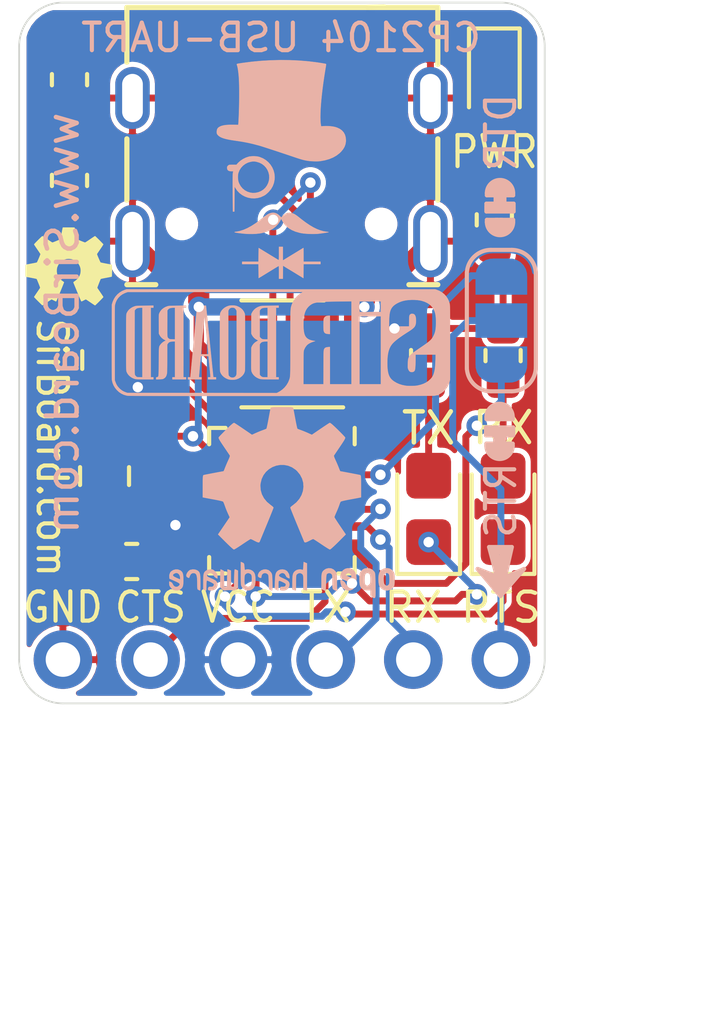
<source format=kicad_pcb>
(kicad_pcb (version 20171130) (host pcbnew "(5.1.2)-2")
  (title_block (title "USB to TTL Converter Based On The CP2104") (date 2020-04-13) (rev 1) (company SirBoard) (comment 1 www.SirBoard.com) (comment 2 "USB 2.0 Type-C Connector") (comment 3 CP2104))
  (layers (0 F.Cu signal) (31 B.Cu signal) (34 B.Paste user hide) (35 F.Paste user hide) (36 B.SilkS user) (37 F.SilkS user) (38 B.Mask user hide) (39 F.Mask user hide) (44 Edge.Cuts user))
  (net 0 "")
  (net 1 GND)
  (net 2 "Net-(PWR1-Pad2)")
  (net 3 "Net-(R3-Pad2)")
  (net 4 CTS)
  (net 5 TX)
  (net 6 RX)
  (net 7 RTS)
  (net 8 "Net-(P1-PadA8)")
  (net 9 "Net-(P1-PadB8)")
  (net 10 uD-)
  (net 11 uD+)
  (net 12 "Net-(R5-Pad2)")
  (net 13 DTR_RTS)
  (net 14 DTR)
  (net 15 "Net-(U1-Pad16)")
  (net 16 "Net-(U1-Pad15)")
  (net 17 VBUS)
  (net 18 VDD)
  (net 19 RST)
  (net 20 GPIO.1)
  (net 21 GPIO.0)
  (net 22 "Net-(U1-Pad24)")
  (net 23 "Net-(U1-Pad22)")
  (net 24 "Net-(U1-Pad17)")
  (net 25 "Net-(U1-Pad12)")
  (net 26 "Net-(U1-Pad11)")
  (net 27 "Net-(U1-Pad1)")
  (net 28 /CC2)
  (net 29 /CC1)
  (module logo:OSHW36x26 (layer F.Cu) (at 58.3946 36.6522)
    (fp_text reference G*** hide)
    (fp_text value LOGO hide)
  )
  (module Symbol:OSHW-Logo2_7.3x6mm_SilkScreen (layer B.Cu) (at 64.5795 43.4975 180)
    (fp_text reference REF** hide)
    (fp_text value OSHW-Logo2_7.3x6mm_SilkScreen hide)
  )
  (module Capacitor_SMD:C_0603_1608Metric (layer F.Cu) (at 61.1505 39.37 90)
    (fp_text reference C4 hide)
    (fp_text value 100nF)
    (pad 2 smd roundrect (at 0.7875 0 90) (size 0.875 0.95) (layers F.Cu F.Paste F.Mask) (net 1 GND))
    (pad 1 smd roundrect (at -0.7875 0 90) (size 0.875 0.95) (layers F.Cu F.Paste F.Mask) (net 18 VDD))
  )
  (module Resistor_SMD:R_0603_1608Metric (layer F.Cu) (at 58.42 31.242 270)
    (fp_text reference R4 hide)
    (fp_text value 5K1)
    (pad 2 smd roundrect (at 0.7875 0 270) (size 0.875 0.95) (layers F.Cu F.Paste F.Mask) (net 1 GND))
    (pad 1 smd roundrect (at -0.7875 0 270) (size 0.875 0.95) (layers F.Cu F.Paste F.Mask) (net 29 /CC1))
  )
  (module SirBoardLibrary:SOT-143 (layer F.Cu) (at 64.5795 39.116 180)
    (fp_text reference D1 hide)
    (fp_text value PRTR5V0U2X)
    (pad 1 smd rect (at -1.1492 -0.8716 90) (size 1.2 1) (layers F.Cu F.Paste F.Mask) (net 1 GND))
    (pad 2 smd rect (at -1.1492 0.8484 90) (size 0.8 1) (layers F.Cu F.Paste F.Mask) (net 11 uD+))
    (pad 3 smd rect (at 1.1508 0.8484 90) (size 0.8 1) (layers F.Cu F.Paste F.Mask) (net 10 uD-))
    (pad 4 smd rect (at 1.1508 -1.0516 90) (size 0.8 1) (layers F.Cu F.Paste F.Mask) (net 17 VBUS))
  )
  (module LED_SMD:LED_0805_2012Metric_Castellated (layer F.Cu) (at 68.834 43.688 90)
    (fp_text reference TX (at 2.3395 0 180) (layer F.SilkS) (effects (font (size 0.9 0.9) (thickness 0.13))))
    (fp_text value GREEN)
    (pad 2 smd roundrect (at 0.9625 0 90) (size 1.325 1.3) (layers F.Cu F.Paste F.Mask) (roundrect_rratio 0.192308) (net 3 "Net-(R3-Pad2)"))
    (pad 1 smd roundrect (at -0.9625 0 90) (size 1.325 1.3) (layers F.Cu F.Paste F.Mask) (roundrect_rratio 0.192308) (net 21 GPIO.0))
  )
  (module LED_SMD:LED_0805_2012Metric_Castellated (layer F.Cu) (at 70.993 43.688 90)
    (fp_text reference RX (at 2.3495 0 180) (layer F.SilkS) (effects (font (size 0.9 0.9) (thickness 0.13))))
    (fp_text value GREEN)
    (pad 2 smd roundrect (at 0.9625 0 90) (size 1.325 1.3) (layers F.Cu F.Paste F.Mask) (roundrect_rratio 0.192308) (net 12 "Net-(R5-Pad2)"))
    (pad 1 smd roundrect (at -0.9625 0 90) (size 1.325 1.3) (layers F.Cu F.Paste F.Mask) (roundrect_rratio 0.192308) (net 20 GPIO.1))
  )
  (module Resistor_SMD:R_0603_1608Metric (layer F.Cu) (at 70.993 39.243 270)
    (fp_text reference R5 hide)
    (fp_text value 1K)
    (pad 1 smd roundrect (at -0.7875 0 270) (size 0.875 0.95) (layers F.Cu F.Paste F.Mask) (net 18 VDD))
    (pad 2 smd roundrect (at 0.7875 0 270) (size 0.875 0.95) (layers F.Cu F.Paste F.Mask) (net 12 "Net-(R5-Pad2)"))
  )
  (module Capacitor_SMD:C_0805_2012Metric (layer F.Cu) (at 59.4995 39.37 90)
    (fp_text reference C5 hide)
    (fp_text value 4.7uF)
    (pad 2 smd roundrect (at 0.9375 0 90) (size 0.975 1.4) (layers F.Cu F.Paste F.Mask) (net 1 GND))
    (pad 1 smd roundrect (at -0.9375 0 90) (size 0.975 1.4) (layers F.Cu F.Paste F.Mask) (net 18 VDD))
  )
  (module Package_DFN_QFN:QFN-24-1EP_4x4mm_P0.5mm_EP2.6x2.6mm (layer F.Cu) (at 64.5795 43.449 270)
    (fp_text reference U1 hide)
    (fp_text value CP2104)
    (pad 24 smd roundrect (at -1.25 -1.9375 270) (size 0.25 0.825) (layers F.Cu F.Paste F.Mask) (net 22 "Net-(U1-Pad24)"))
    (pad 23 smd roundrect (at -0.75 -1.9375 270) (size 0.25 0.825) (layers F.Cu F.Paste F.Mask) (net 14 DTR))
    (pad 22 smd roundrect (at -0.25 -1.9375 270) (size 0.25 0.825) (layers F.Cu F.Paste F.Mask) (net 23 "Net-(U1-Pad22)"))
    (pad 21 smd roundrect (at 0.25 -1.9375 270) (size 0.25 0.825) (layers F.Cu F.Paste F.Mask) (net 5 TX))
    (pad 20 smd roundrect (at 0.75 -1.9375 270) (size 0.25 0.825) (layers F.Cu F.Paste F.Mask) (net 6 RX))
    (pad 19 smd roundrect (at 1.25 -1.9375 270) (size 0.25 0.825) (layers F.Cu F.Paste F.Mask) (net 7 RTS))
    (pad 18 smd roundrect (at 1.9375 -1.25 270) (size 0.825 0.25) (layers F.Cu F.Paste F.Mask) (net 4 CTS))
    (pad 17 smd roundrect (at 1.9375 -0.75 270) (size 0.825 0.25) (layers F.Cu F.Paste F.Mask) (net 24 "Net-(U1-Pad17)"))
    (pad 16 smd roundrect (at 1.9375 -0.25 270) (size 0.825 0.25) (layers F.Cu F.Paste F.Mask) (net 15 "Net-(U1-Pad16)"))
    (pad 15 smd roundrect (at 1.9375 0.25 270) (size 0.825 0.25) (layers F.Cu F.Paste F.Mask) (net 16 "Net-(U1-Pad15)"))
    (pad 14 smd roundrect (at 1.9375 0.75 270) (size 0.825 0.25) (layers F.Cu F.Paste F.Mask) (net 21 GPIO.0))
    (pad 13 smd roundrect (at 1.9375 1.25 270) (size 0.825 0.25) (layers F.Cu F.Paste F.Mask) (net 20 GPIO.1))
    (pad 12 smd roundrect (at 1.25 1.9375 270) (size 0.25 0.825) (layers F.Cu F.Paste F.Mask) (net 25 "Net-(U1-Pad12)"))
    (pad 11 smd roundrect (at 0.75 1.9375 270) (size 0.25 0.825) (layers F.Cu F.Paste F.Mask) (net 26 "Net-(U1-Pad11)"))
    (pad 10 smd roundrect (at 0.25 1.9375 270) (size 0.25 0.825) (layers F.Cu F.Paste F.Mask) (net 18 VDD))
    (pad 9 smd roundrect (at -0.25 1.9375 270) (size 0.25 0.825) (layers F.Cu F.Paste F.Mask) (net 19 RST))
    (pad 8 smd roundrect (at -0.75 1.9375 270) (size 0.25 0.825) (layers F.Cu F.Paste F.Mask) (net 17 VBUS))
    (pad 7 smd roundrect (at -1.25 1.9375 270) (size 0.25 0.825) (layers F.Cu F.Paste F.Mask) (net 17 VBUS))
    (pad 6 smd roundrect (at -1.9375 1.25 270) (size 0.825 0.25) (layers F.Cu F.Paste F.Mask) (net 18 VDD))
    (pad 5 smd roundrect (at -1.9375 0.75 270) (size 0.825 0.25) (layers F.Cu F.Paste F.Mask) (net 18 VDD))
    (pad 4 smd roundrect (at -1.9375 0.25 270) (size 0.825 0.25) (layers F.Cu F.Paste F.Mask) (net 10 uD-))
    (pad 3 smd roundrect (at -1.9375 -0.25 270) (size 0.825 0.25) (layers F.Cu F.Paste F.Mask) (net 11 uD+))
    (pad 2 smd roundrect (at -1.9375 -0.75 270) (size 0.825 0.25) (layers F.Cu F.Paste F.Mask) (net 1 GND))
    (pad 1 smd roundrect (at -1.9375 -1.25 270) (size 0.825 0.25) (layers F.Cu F.Paste F.Mask) (net 27 "Net-(U1-Pad1)"))
    (pad 25 smd roundrect (at 0 0 270) (size 2.6 2.6) (layers F.Cu F.Mask) (roundrect_rratio 0.096154) (net 1 GND))
  )
  (module Resistor_SMD:R_0603_1608Metric (layer F.Cu) (at 60.2235 45.212 180)
    (fp_text reference R6 hide)
    (fp_text value 4K7)
    (pad 2 smd roundrect (at 0.7875 0 180) (size 0.875 0.95) (layers F.Cu F.Paste F.Mask) (net 19 RST))
    (pad 1 smd roundrect (at -0.7875 0 180) (size 0.875 0.95) (layers F.Cu F.Paste F.Mask) (net 18 VDD))
  )
  (module Resistor_SMD:R_0603_1608Metric (layer F.Cu) (at 68.834 39.243 270)
    (fp_text reference R3 hide)
    (fp_text value 1K)
    (pad 2 smd roundrect (at 0.7875 0 270) (size 0.875 0.95) (layers F.Cu F.Paste F.Mask) (net 3 "Net-(R3-Pad2)"))
    (pad 1 smd roundrect (at -0.7875 0 270) (size 0.875 0.95) (layers F.Cu F.Paste F.Mask) (net 18 VDD))
  )
  (module Resistor_SMD:R_0603_1608Metric (layer F.Cu) (at 58.42 34.163 90)
    (fp_text reference R2 hide)
    (fp_text value 5K1)
    (pad 2 smd roundrect (at 0.7875 0 90) (size 0.875 0.95) (layers F.Cu F.Paste F.Mask) (net 1 GND))
    (pad 1 smd roundrect (at -0.7875 0 90) (size 0.875 0.95) (layers F.Cu F.Paste F.Mask) (net 28 /CC2))
  )
  (module Resistor_SMD:R_0603_1608Metric (layer F.Cu) (at 70.739 35.306 90)
    (fp_text reference R1 hide)
    (fp_text value 1K)
    (pad 2 smd roundrect (at 0.7875 0 90) (size 0.875 0.95) (layers F.Cu F.Paste F.Mask) (net 2 "Net-(PWR1-Pad2)"))
    (pad 1 smd roundrect (at -0.7875 0 90) (size 0.875 0.95) (layers F.Cu F.Paste F.Mask) (net 18 VDD))
  )
  (module Capacitor_SMD:C_0805_2012Metric (layer F.Cu) (at 59.436 42.7355 270)
    (fp_text reference C1 hide)
    (fp_text value 1uF)
    (pad 2 smd roundrect (at 0.9375 0 270) (size 0.975 1.4) (layers F.Cu F.Paste F.Mask) (net 1 GND))
    (pad 1 smd roundrect (at -0.9375 0 270) (size 0.975 1.4) (layers F.Cu F.Paste F.Mask) (net 17 VBUS))
  )
  (module SirBoardLibrary:USB_C (layer F.Cu) (at 67.7799 37.211 180)
    (fp_text reference P1 hide)
    (fp_text value USB_C_Plug_USB2.0 hide)
    (pad B4 smd rect (at 5.4558 0.5866 180) (size 0.31 1.4) (layers F.Cu F.Paste F.Mask) (net 17 VBUS))
    (pad B1 smd rect (at 6.2585 0.5866 180) (size 0.31 1.4) (layers F.Cu F.Paste F.Mask) (net 1 GND))
    (pad B9 smd rect (at 0.9685 0.5842 180) (size 0.31 1.4) (layers F.Cu F.Paste F.Mask) (net 17 VBUS))
    (pad B12 smd rect (at 0.1685 0.5842 180) (size 0.31 1.4) (layers F.Cu F.Paste F.Mask) (net 1 GND))
    (pad A1 smd rect (at -0.1415 0.5866 180) (size 0.31 1.4) (layers F.Cu F.Paste F.Mask) (net 1 GND))
    (pad A12 smd rect (at 6.5685 0.5866 180) (size 0.31 1.4) (layers F.Cu F.Paste F.Mask) (net 1 GND))
    (pad "" np_thru_hole circle (at 0.3235 1.7866 180) (size 0.65 0.65) (drill oval 0.65) (layers *.Cu *.Mask))
    (pad "" np_thru_hole circle (at 6.1035 1.7866 180) (size 0.65 0.65) (drill oval 0.65) (layers *.Cu *.Mask))
    (pad S1 thru_hole oval (at -1.1065 5.4366 180) (size 1 1.8) (drill oval 0.6 1.4) (layers *.Cu *.Mask) (net 1 GND))
    (pad S1 thru_hole oval (at 7.5335 5.4366 180) (size 1 1.8) (drill oval 0.6 1.4) (layers *.Cu *.Mask) (net 1 GND))
    (pad S1 thru_hole oval (at 7.5335 1.2866 180) (size 1 2.1) (drill oval 0.6 1.7) (layers *.Cu *.Mask) (net 1 GND))
    (pad S1 thru_hole oval (at -1.1065 1.2866 180) (size 1 2.1) (drill oval 0.6 1.7) (layers *.Cu *.Mask) (net 1 GND))
    (pad B5 smd rect (at 4.9635 0.5866 180) (size 0.32 1.4) (layers F.Cu F.Paste F.Mask) (net 28 /CC2))
    (pad A8 smd rect (at 4.4635 0.5866 180) (size 0.32 1.4) (layers F.Cu F.Paste F.Mask) (net 8 "Net-(P1-PadA8)"))
    (pad B6 smd rect (at 3.9635 0.5866 180) (size 0.32 1.4) (layers F.Cu F.Paste F.Mask) (net 11 uD+))
    (pad A7 smd rect (at 3.4635 0.5866 180) (size 0.32 1.4) (layers F.Cu F.Paste F.Mask) (net 10 uD-))
    (pad A6 smd rect (at 2.9635 0.5866 180) (size 0.32 1.4) (layers F.Cu F.Paste F.Mask) (net 11 uD+))
    (pad B7 smd rect (at 2.4635 0.5866 180) (size 0.32 1.4) (layers F.Cu F.Paste F.Mask) (net 10 uD-))
    (pad A5 smd rect (at 1.9635 0.5866 180) (size 0.32 1.4) (layers F.Cu F.Paste F.Mask) (net 29 /CC1))
    (pad B8 smd rect (at 1.4635 0.5866 180) (size 0.32 1.4) (layers F.Cu F.Paste F.Mask) (net 9 "Net-(P1-PadB8)"))
    (pad A9 smd rect (at 5.7685 0.5866 180) (size 0.31 1.4) (layers F.Cu F.Paste F.Mask) (net 17 VBUS))
    (pad A4 smd rect (at 0.6585 0.5866 180) (size 0.31 1.4) (layers F.Cu F.Paste F.Mask) (net 17 VBUS))
  )
  (module Connector_PinHeader_2.54mm:PinHeader_1x06_P2.54mm_Horizontal (layer F.Cu) (at 70.9295 48.0568 270)
    (fp_text reference J1 hide)
    (fp_text value Conn_01x06)
    (pad 6 thru_hole oval (at 0 12.7 270) (size 1.7 1.7) (drill 1) (layers *.Cu *.Mask) (net 1 GND))
    (pad 5 thru_hole oval (at 0 10.16 270) (size 1.7 1.7) (drill 1) (layers *.Cu *.Mask) (net 4 CTS))
    (pad 4 thru_hole oval (at 0 7.62 270) (size 1.7 1.7) (drill 1) (layers *.Cu *.Mask) (net 18 VDD))
    (pad 3 thru_hole oval (at 0 5.08 270) (size 1.7 1.7) (drill 1) (layers *.Cu *.Mask) (net 5 TX))
    (pad 2 thru_hole oval (at 0 2.54 270) (size 1.7 1.7) (drill 1) (layers *.Cu *.Mask) (net 6 RX))
    (pad 1 thru_hole circle (at 0 0 270) (size 1.7 1.7) (drill 1) (layers *.Cu *.Mask) (net 13 DTR_RTS))
  )
  (module Jumper:SolderJumper-3_P1.3mm_Open_RoundedPad1.0x1.5mm (layer B.Cu) (at 70.9422 38.227 90)
    (fp_text reference JP2 hide)
    (fp_text value SolderJumper_3_Open)
    (pad 2 smd rect (at 0 0 90) (size 1 1.5) (layers B.Cu B.Mask) (net 13 DTR_RTS))
    (pad 3 smd custom (at 1.3 0 90) (size 1 0.5) (layers B.Cu B.Mask) (net 14 DTR) (options (clearance outline) (anchor rect)) (primitives (gr_circle (center 0 -0.25) (end 0.5 -0.25) (width 0)) (gr_circle (center 0 0.25) (end 0.5 0.25) (width 0)) (gr_poly (pts (xy -0.55 0.75) (xy 0 0.75) (xy 0 -0.75) (xy -0.55 -0.75)) (width 0))))
    (pad 1 smd custom (at -1.3 0 90) (size 1 0.5) (layers B.Cu B.Mask) (net 7 RTS) (options (clearance outline) (anchor rect)) (primitives (gr_circle (center 0 -0.25) (end 0.5 -0.25) (width 0)) (gr_circle (center 0 0.25) (end 0.5 0.25) (width 0)) (gr_poly (pts (xy 0.55 0.75) (xy 0 0.75) (xy 0 -0.75) (xy 0.55 -0.75)) (width 0))))
  )
  (module logo:SirBoard98x31 (layer B.Cu) (at 64.5541 38.862 180)
    (fp_text reference G*** hide)
    (fp_text value LOGO hide)
  )
  (module logo:logo63x89 (layer B.Cu) (at 64.5541 33.8455 180)
    (fp_text reference G*** hide)
    (fp_text value LOGO hide)
  )
  (module LED_SMD:LED_0603_1608Metric (layer F.Cu) (at 70.739 31.242 270)
    (fp_text reference PWR (at 2.0955 0) (layer F.SilkS) (effects (font (size 0.9 0.8) (thickness 0.12))))
    (fp_text value RED)
    (pad 2 smd roundrect (at 0.7875 0 270) (size 0.875 0.95) (layers F.Cu F.Paste F.Mask) (net 2 "Net-(PWR1-Pad2)"))
    (pad 1 smd roundrect (at -0.7875 0 270) (size 0.875 0.95) (layers F.Cu F.Paste F.Mask) (net 1 GND))
  )
  (gr_text www.SirBoard.com (at 58.2168 38.3032 90) (layer B.SilkS) (effects (font (size 0.9 0.9) (thickness 0.13)) (justify mirror)))
  (gr_text SirBoard.com (at 57.912 41.91 270) (layer F.SilkS) (effects (font (size 0.85 0.75) (thickness 0.12))))
  (gr_arc (start 58.2295 30.2768) (end 58.2295 29.0068) (angle -90) (layer Edge.Cuts) (width 0.05))
  (gr_arc (start 70.9295 30.2768) (end 72.1995 30.2768) (angle -90) (layer Edge.Cuts) (width 0.05))
  (gr_arc (start 70.9295 48.0568) (end 70.9295 49.3268) (angle -90) (layer Edge.Cuts) (width 0.05))
  (gr_line (start 70.8152 44.9453) (end 70.9168 45.5549) (layer B.SilkS) (width 0.12))
  (gr_line (start 70.9422 44.9453) (end 70.8152 44.9453) (layer B.SilkS) (width 0.12))
  (gr_line (start 70.993 45.6311) (end 70.9422 44.9453) (layer B.SilkS) (width 0.12))
  (gr_line (start 71.0692 44.9199) (end 70.993 45.6311) (layer B.SilkS) (width 0.12))
  (gr_line (start 70.739 44.8691) (end 71.0692 44.9199) (layer B.SilkS) (width 0.12))
  (gr_line (start 70.866 45.6311) (end 70.739 44.8691) (layer B.SilkS) (width 0.12))
  (gr_line (start 70.6628 44.8437) (end 70.866 45.6311) (layer B.SilkS) (width 0.12))
  (gr_line (start 71.1454 44.8437) (end 70.6628 44.8437) (layer B.SilkS) (width 0.12))
  (gr_line (start 71.0438 45.6819) (end 71.1454 44.8437) (layer B.SilkS) (width 0.12))
  (gr_line (start 71.247 44.7929) (end 71.0438 45.6819) (layer B.SilkS) (width 0.12))
  (gr_line (start 70.5866 44.7929) (end 71.247 44.7929) (layer B.SilkS) (width 0.12))
  (gr_line (start 70.7898 45.5549) (end 70.5866 44.7929) (layer B.SilkS) (width 0.12))
  (gr_line (start 70.7898 45.7327) (end 70.993 45.7835) (layer B.SilkS) (width 0.12))
  (gr_line (start 71.0946 45.7327) (end 70.7898 45.7327) (layer B.SilkS) (width 0.12))
  (gr_line (start 70.8914 45.8597) (end 71.0946 45.7327) (layer B.SilkS) (width 0.12))
  (gr_line (start 70.6882 45.6819) (end 70.8914 45.8597) (layer B.SilkS) (width 0.12))
  (gr_line (start 71.247 45.6565) (end 70.6882 45.6819) (layer B.SilkS) (width 0.12))
  (gr_line (start 70.8914 45.9359) (end 71.247 45.6565) (layer B.SilkS) (width 0.12))
  (gr_line (start 70.5358 45.6057) (end 70.8914 45.9359) (layer B.SilkS) (width 0.12))
  (gr_line (start 70.9168 46.0121) (end 70.5358 45.6057) (layer B.SilkS) (width 0.12))
  (gr_line (start 71.4248 45.5803) (end 70.9168 46.0121) (layer B.SilkS) (width 0.12))
  (gr_line (start 70.9168 46.1137) (end 71.4248 45.5803) (layer B.SilkS) (width 0.12))
  (gr_line (start 70.358 45.5041) (end 70.9168 46.1137) (layer B.SilkS) (width 0.12))
  (gr_line (start 71.6026 45.4279) (end 70.9168 46.2153) (layer B.SilkS) (width 0.12))
  (gr_line (start 71.1454 45.6311) (end 71.6026 45.4279) (layer B.SilkS) (width 0.12))
  (gr_line (start 70.7644 45.6311) (end 71.1454 45.6311) (layer B.SilkS) (width 0.12))
  (gr_line (start 70.2564 45.4279) (end 70.7644 45.6311) (layer B.SilkS) (width 0.12))
  (gr_line (start 70.9168 46.2153) (end 70.2564 45.4279) (layer B.SilkS) (width 0.12))
  (gr_line (start 70.4977 41.4782) (end 71.2851 41.4782) (layer B.SilkS) (width 0.12))
  (gr_text RTS (at 70.9295 43.434 90) (layer B.SilkS) (effects (font (size 0.85 0.8) (thickness 0.12)) (justify mirror)))
  (gr_line (start 70.4977 41.3766) (end 71.2851 41.3766) (layer B.SilkS) (width 0.12))
  (gr_line (start 71.2851 41.5544) (end 70.4977 41.5544) (layer B.SilkS) (width 0.12))
  (gr_line (start 70.4977 41.5544) (end 70.4977 41.3258) (layer B.SilkS) (width 0.12))
  (gr_line (start 70.9549 41.0845) (end 71.0184 41.0845) (layer B.SilkS) (width 0.12))
  (gr_line (start 70.7644 41.8592) (end 70.8914 41.7957) (layer B.SilkS) (width 0.12))
  (gr_line (start 70.8914 41.7957) (end 70.8279 41.7957) (layer B.SilkS) (width 0.12))
  (gr_line (start 70.8279 41.7957) (end 70.8279 41.4147) (layer B.SilkS) (width 0.12))
  (gr_line (start 70.8279 41.0845) (end 70.8914 41.0845) (layer B.SilkS) (width 0.12))
  (gr_line (start 71.0184 40.7035) (end 70.8279 40.7035) (layer B.SilkS) (width 0.12))
  (gr_line (start 70.8279 40.7035) (end 70.5739 40.8305) (layer B.SilkS) (width 0.12))
  (gr_line (start 70.8914 41.4147) (end 70.8914 41.7957) (layer B.SilkS) (width 0.12))
  (gr_line (start 70.9549 41.7957) (end 70.9549 41.4147) (layer B.SilkS) (width 0.12))
  (gr_line (start 70.9549 40.767) (end 70.8279 40.767) (layer B.SilkS) (width 0.12))
  (gr_line (start 71.0184 41.4147) (end 71.0184 41.8592) (layer B.SilkS) (width 0.12))
  (gr_line (start 70.7644 41.4147) (end 70.7644 41.8592) (layer B.SilkS) (width 0.12))
  (gr_line (start 70.4977 41.4274) (end 71.2851 41.4274) (layer B.SilkS) (width 0.12))
  (gr_line (start 70.4977 41.3258) (end 71.2851 41.3258) (layer B.SilkS) (width 0.12))
  (gr_line (start 71.2851 41.3258) (end 71.2851 41.5544) (layer B.SilkS) (width 0.12))
  (gr_line (start 71.0819 40.9575) (end 70.9549 40.767) (layer B.SilkS) (width 0.12))
  (gr_line (start 70.5739 40.894) (end 70.9549 40.894) (layer B.SilkS) (width 0.12))
  (gr_line (start 70.5104 41.7957) (end 71.2724 41.7957) (layer B.SilkS) (width 0.12))
  (gr_line (start 70.5104 41.8592) (end 71.2724 41.8592) (layer B.SilkS) (width 0.12))
  (gr_line (start 71.2089 40.9575) (end 71.0184 40.7035) (layer B.SilkS) (width 0.12))
  (gr_line (start 70.7009 41.9227) (end 70.8279 42.1132) (layer B.SilkS) (width 0.12))
  (gr_arc (start 70.8914 41.8592) (end 70.5104 41.8592) (angle -180) (layer B.SilkS) (width 0.12))
  (gr_arc (start 70.8914 41.021) (end 71.2724 41.021) (angle -180) (layer B.SilkS) (width 0.12))
  (gr_line (start 71.2724 41.7957) (end 71.2724 41.8592) (layer B.SilkS) (width 0.12))
  (gr_line (start 70.8279 41.9862) (end 70.8914 42.0497) (layer B.SilkS) (width 0.12))
  (gr_line (start 70.8914 42.0497) (end 70.9549 42.0497) (layer B.SilkS) (width 0.12))
  (gr_line (start 71.2089 42.0497) (end 71.2089 41.9227) (layer B.SilkS) (width 0.12))
  (gr_line (start 70.5739 41.9227) (end 70.7644 42.1767) (layer B.SilkS) (width 0.12))
  (gr_line (start 71.2089 41.9862) (end 70.8279 41.9862) (layer B.SilkS) (width 0.12))
  (gr_line (start 70.9549 42.1767) (end 71.2089 42.0497) (layer B.SilkS) (width 0.12))
  (gr_line (start 70.8279 42.1132) (end 70.9549 42.1132) (layer B.SilkS) (width 0.12))
  (gr_line (start 71.2089 41.9227) (end 70.7009 41.9227) (layer B.SilkS) (width 0.12))
  (gr_line (start 70.5104 41.8592) (end 70.5104 41.7957) (layer B.SilkS) (width 0.12))
  (gr_line (start 70.9549 42.1132) (end 71.2089 41.9862) (layer B.SilkS) (width 0.12))
  (gr_line (start 70.9549 40.894) (end 70.8914 40.8305) (layer B.SilkS) (width 0.12))
  (gr_line (start 70.7644 42.1767) (end 70.9549 42.1767) (layer B.SilkS) (width 0.12))
  (gr_line (start 70.8279 40.767) (end 70.5739 40.894) (layer B.SilkS) (width 0.12))
  (gr_line (start 71.2724 41.021) (end 71.2724 41.0845) (layer B.SilkS) (width 0.12))
  (gr_line (start 71.2724 41.0845) (end 70.5104 41.0845) (layer B.SilkS) (width 0.12))
  (gr_line (start 70.5739 40.8305) (end 70.5739 40.9575) (layer B.SilkS) (width 0.12))
  (gr_line (start 70.5104 41.0845) (end 70.5104 41.021) (layer B.SilkS) (width 0.12))
  (gr_line (start 70.5739 40.9575) (end 71.0819 40.9575) (layer B.SilkS) (width 0.12))
  (gr_line (start 70.8914 40.8305) (end 70.8279 40.8305) (layer B.SilkS) (width 0.12))
  (gr_line (start 71.2724 41.021) (end 70.5104 41.021) (layer B.SilkS) (width 0.12))
  (gr_text DTR (at 70.9295 32.766 90) (layer B.SilkS) (effects (font (size 0.85 0.8) (thickness 0.12)) (justify mirror)))
  (gr_line (start 71.2978 34.9123) (end 70.5104 34.9123) (layer B.SilkS) (width 0.12))
  (gr_line (start 71.2978 34.9631) (end 70.5104 34.9631) (layer B.SilkS) (width 0.12))
  (gr_line (start 71.2978 35.0139) (end 70.5104 35.0139) (layer B.SilkS) (width 0.12))
  (gr_line (start 71.2978 34.8361) (end 71.2978 35.0647) (layer B.SilkS) (width 0.12))
  (gr_line (start 70.5104 34.8361) (end 71.2978 34.8361) (layer B.SilkS) (width 0.12))
  (gr_line (start 70.5104 35.0647) (end 70.5104 34.8361) (layer B.SilkS) (width 0.12))
  (gr_line (start 71.2978 35.0647) (end 70.5104 35.0647) (layer B.SilkS) (width 0.12))
  (gr_line (start 70.5231 35.306) (end 71.2851 35.306) (layer B.SilkS) (width 0.12))
  (gr_line (start 71.2216 35.433) (end 70.7136 35.433) (layer B.SilkS) (width 0.12))
  (gr_line (start 71.2851 35.306) (end 71.2851 35.3695) (layer B.SilkS) (width 0.12))
  (gr_line (start 70.5231 35.3695) (end 71.2851 35.3695) (layer B.SilkS) (width 0.12))
  (gr_line (start 71.2216 35.56) (end 71.2216 35.433) (layer B.SilkS) (width 0.12))
  (gr_line (start 70.9041 35.56) (end 70.9676 35.56) (layer B.SilkS) (width 0.12))
  (gr_line (start 70.7771 35.687) (end 70.9676 35.687) (layer B.SilkS) (width 0.12))
  (gr_line (start 70.9676 35.687) (end 71.2216 35.56) (layer B.SilkS) (width 0.12))
  (gr_line (start 70.8406 35.6235) (end 70.9676 35.6235) (layer B.SilkS) (width 0.12))
  (gr_line (start 70.7771 34.9758) (end 70.7771 34.5313) (layer B.SilkS) (width 0.12))
  (gr_line (start 71.0311 34.9758) (end 71.0311 34.5313) (layer B.SilkS) (width 0.12))
  (gr_line (start 71.0311 34.5313) (end 70.9041 34.5948) (layer B.SilkS) (width 0.12))
  (gr_line (start 70.9041 34.5948) (end 70.9676 34.5948) (layer B.SilkS) (width 0.12))
  (gr_line (start 70.9676 34.5948) (end 70.9676 34.9758) (layer B.SilkS) (width 0.12))
  (gr_line (start 70.9676 35.306) (end 70.9041 35.306) (layer B.SilkS) (width 0.12))
  (gr_line (start 70.9041 34.9758) (end 70.9041 34.5948) (layer B.SilkS) (width 0.12))
  (gr_line (start 70.8406 34.5948) (end 70.8406 34.9758) (layer B.SilkS) (width 0.12))
  (gr_line (start 70.8406 35.306) (end 70.7771 35.306) (layer B.SilkS) (width 0.12))
  (gr_line (start 70.5866 34.4678) (end 71.0946 34.4678) (layer B.SilkS) (width 0.12))
  (gr_line (start 70.8406 35.4965) (end 70.9041 35.56) (layer B.SilkS) (width 0.12))
  (gr_line (start 70.5231 35.3695) (end 70.5231 35.306) (layer B.SilkS) (width 0.12))
  (gr_line (start 70.5866 34.4043) (end 70.9676 34.4043) (layer B.SilkS) (width 0.12))
  (gr_line (start 71.2851 34.5313) (end 71.2851 34.5948) (layer B.SilkS) (width 0.12))
  (gr_line (start 70.9676 34.2773) (end 70.8406 34.2773) (layer B.SilkS) (width 0.12))
  (gr_line (start 70.8406 34.2773) (end 70.5866 34.4043) (layer B.SilkS) (width 0.12))
  (gr_line (start 70.9676 34.4043) (end 70.9041 34.3408) (layer B.SilkS) (width 0.12))
  (gr_line (start 71.2216 34.4678) (end 71.0311 34.2138) (layer B.SilkS) (width 0.12))
  (gr_line (start 71.0311 34.2138) (end 70.8406 34.2138) (layer B.SilkS) (width 0.12))
  (gr_line (start 70.9041 34.3408) (end 70.8406 34.3408) (layer B.SilkS) (width 0.12))
  (gr_line (start 70.9676 35.6235) (end 71.2216 35.4965) (layer B.SilkS) (width 0.12))
  (gr_line (start 70.5866 34.3408) (end 70.5866 34.4678) (layer B.SilkS) (width 0.12))
  (gr_line (start 70.8406 34.2138) (end 70.5866 34.3408) (layer B.SilkS) (width 0.12))
  (gr_line (start 70.5231 34.5948) (end 70.5231 34.5313) (layer B.SilkS) (width 0.12))
  (gr_line (start 71.2851 34.5948) (end 70.5231 34.5948) (layer B.SilkS) (width 0.12))
  (gr_line (start 71.2851 34.5313) (end 70.5231 34.5313) (layer B.SilkS) (width 0.12))
  (gr_arc (start 70.9041 34.5313) (end 71.2851 34.5313) (angle -180) (layer B.SilkS) (width 0.12))
  (gr_line (start 70.5866 35.433) (end 70.7771 35.687) (layer B.SilkS) (width 0.12))
  (gr_line (start 71.0946 34.4678) (end 70.9676 34.2773) (layer B.SilkS) (width 0.12))
  (gr_line (start 71.2216 35.4965) (end 70.8406 35.4965) (layer B.SilkS) (width 0.12))
  (gr_line (start 70.7136 35.433) (end 70.8406 35.6235) (layer B.SilkS) (width 0.12))
  (gr_arc (start 70.9041 35.3695) (end 70.5231 35.3695) (angle -180) (layer B.SilkS) (width 0.12))
  (gr_text GND (at 58.2295 46.54042) (layer F.SilkS) (effects (font (size 0.85 0.75) (thickness 0.12))))
  (gr_text CTS (at 60.7695 46.54042) (layer F.SilkS) (effects (font (size 0.85 0.75) (thickness 0.12))))
  (gr_text VCC (at 63.3095 46.54042) (layer F.SilkS) (effects (font (size 0.85 0.75) (thickness 0.12))))
  (gr_text TX (at 65.8495 46.54042) (layer F.SilkS) (effects (font (size 0.85 0.85) (thickness 0.12))))
  (gr_text RX (at 68.3895 46.5455) (layer F.SilkS) (effects (font (size 0.85 0.85) (thickness 0.12))))
  (gr_text RTS (at 70.9295 46.5455) (layer F.SilkS) (effects (font (size 0.85 0.85) (thickness 0.12))))
  (gr_line (start 70.9295 29.0068) (end 58.2295 29.0068) (layer Edge.Cuts) (width 0.05))
  (gr_arc (start 58.2295 48.0568) (end 56.9595 48.0568) (angle -90) (layer Edge.Cuts) (width 0.05))
  (gr_line (start 58.2295 49.3268) (end 70.9295 49.3268) (layer Edge.Cuts) (width 0.05))
  (gr_line (start 56.9595 48.0568) (end 56.9595 30.2768) (layer Edge.Cuts) (width 0.05))
  (gr_line (start 72.1995 48.0568) (end 72.1995 30.2768) (layer Edge.Cuts) (width 0.05))
  (gr_text "CP2104 USB-UART" (at 64.5541 30.0228) (layer B.SilkS) (effects (font (size 0.8 0.8) (thickness 0.12)) (justify mirror)))
  (segment (start 67.919 36.6268) (end 67.9214 36.6244) (width 0.2) (layer F.Cu) (net 1))
  (segment (start 67.6114 36.6268) (end 67.919 36.6268) (width 0.2) (layer F.Cu) (net 1))
  (segment (start 61.5214 36.6244) (end 61.2114 36.6244) (width 0.2) (layer F.Cu) (net 1))
  (segment (start 60.9464 36.6244) (end 60.2464 35.9244) (width 0.5) (layer F.Cu) (net 1))
  (segment (start 61.2114 36.6244) (end 60.9464 36.6244) (width 0.5) (layer F.Cu) (net 1))
  (segment (start 68.1864 36.6244) (end 68.8864 35.9244) (width 0.5) (layer F.Cu) (net 1))
  (segment (start 67.9214 36.6244) (end 68.1864 36.6244) (width 0.5) (layer F.Cu) (net 1))
  (segment (start 65.3295 42.699) (end 64.5795 43.449) (width 0.2) (layer F.Cu) (net 1))
  (segment (start 65.3295 41.5115) (end 65.3295 42.699) (width 0.2) (layer F.Cu) (net 1))
  (segment (start 70.739 34.5185) (end 70.739 32.0295) (width 0.3) (layer F.Cu) (net 2))
  (segment (start 68.834 40.568) (end 68.834 42.7255) (width 0.2) (layer F.Cu) (net 3))
  (segment (start 68.834 40.0305) (end 68.834 40.568) (width 0.2) (layer F.Cu) (net 3))
  (segment (start 62.0268 46.863) (end 65.3415 46.863) (width 0.2) (layer F.Cu) (net 4))
  (segment (start 65.8295 46.375) (end 65.8295 45.3865) (width 0.2) (layer F.Cu) (net 4))
  (segment (start 65.3415 46.863) (end 65.8295 46.375) (width 0.2) (layer F.Cu) (net 4))
  (segment (start 61.9633 46.863) (end 62.0268 46.863) (width 0.2) (layer F.Cu) (net 4))
  (segment (start 60.7695 48.0568) (end 61.9633 46.863) (width 0.2) (layer F.Cu) (net 4))
  (via (at 67.437 43.688) (size 0.6) (drill 0.3) (layers F.Cu B.Cu) (net 5))
  (segment (start 66.517 43.699) (end 67.426 43.699) (width 0.2) (layer F.Cu) (net 5))
  (segment (start 67.426 43.699) (end 67.437 43.688) (width 0.2) (layer F.Cu) (net 5))
  (segment (start 65.8622 48.0695) (end 65.8495 48.0568) (width 0.2) (layer B.Cu) (net 5))
  (segment (start 66.8655 44.2595) (end 66.8655 44.831) (width 0.2) (layer B.Cu) (net 5))
  (segment (start 67.31 45.2755) (end 67.31 46.863) (width 0.2) (layer B.Cu) (net 5))
  (segment (start 67.437 43.688) (end 66.8655 44.2595) (width 0.2) (layer B.Cu) (net 5))
  (segment (start 66.8655 44.831) (end 67.31 45.2755) (width 0.2) (layer B.Cu) (net 5))
  (segment (start 67.31 46.863) (end 66.1035 48.0695) (width 0.2) (layer B.Cu) (net 5))
  (segment (start 66.1035 48.0695) (end 65.8622 48.0695) (width 0.2) (layer B.Cu) (net 5))
  (segment (start 66.517 44.199) (end 67.059 44.199) (width 0.2) (layer F.Cu) (net 6))
  (segment (start 67.059 44.199) (end 67.437 44.577) (width 0.2) (layer F.Cu) (net 6))
  (via (at 67.437 44.577) (size 0.6) (drill 0.3) (layers F.Cu B.Cu) (net 6))
  (segment (start 68.3895 47.5615) (end 68.3895 48.0568) (width 0.2) (layer B.Cu) (net 6))
  (segment (start 67.691 46.863) (end 68.3895 47.5615) (width 0.2) (layer B.Cu) (net 6))
  (segment (start 67.437 44.577) (end 67.691 44.831) (width 0.2) (layer B.Cu) (net 6))
  (segment (start 67.691 44.831) (end 67.691 46.863) (width 0.2) (layer B.Cu) (net 6))
  (via (at 70.231 41.275) (size 0.6) (drill 0.3) (layers F.Cu B.Cu) (net 7))
  (segment (start 70.9422 40.5638) (end 70.231 41.275) (width 0.2) (layer B.Cu) (net 7))
  (segment (start 70.9422 39.527) (end 70.9422 40.5638) (width 0.2) (layer B.Cu) (net 7))
  (segment (start 69.931001 41.574999) (end 70.231 41.275) (width 0.2) (layer F.Cu) (net 7))
  (segment (start 69.9135 41.5925) (end 69.931001 41.574999) (width 0.2) (layer F.Cu) (net 7))
  (segment (start 69.9135 45.2755) (end 69.9135 41.5925) (width 0.2) (layer F.Cu) (net 7))
  (segment (start 69.342 45.847) (end 69.9135 45.2755) (width 0.2) (layer F.Cu) (net 7))
  (segment (start 66.517 44.699) (end 67.665 45.847) (width 0.2) (layer F.Cu) (net 7))
  (segment (start 67.665 45.847) (end 69.342 45.847) (width 0.2) (layer F.Cu) (net 7))
  (segment (start 64.3164 37.674401) (end 64.3164 36.6244) (width 0.2) (layer F.Cu) (net 10))
  (segment (start 64.3414 37.699401) (end 64.3164 37.674401) (width 0.2) (layer F.Cu) (net 10))
  (segment (start 64.3295 41.5115) (end 64.3414 41.4996) (width 0.2) (layer F.Cu) (net 10))
  (segment (start 64.3414 41.4996) (end 64.3414 38.2746) (width 0.2) (layer F.Cu) (net 10))
  (segment (start 64.3414 38.2746) (end 64.3414 37.699401) (width 0.2) (layer F.Cu) (net 10))
  (segment (start 64.3344 38.2676) (end 64.3414 38.2746) (width 0.2) (layer F.Cu) (net 10))
  (segment (start 63.4287 38.2676) (end 64.3344 38.2676) (width 0.2) (layer F.Cu) (net 10))
  (segment (start 64.3164 35.3151) (end 64.3255 35.306) (width 0.2) (layer F.Cu) (net 10))
  (via (at 64.3255 35.306) (size 0.6) (drill 0.3) (layers F.Cu B.Cu) (net 10))
  (segment (start 64.3164 36.6244) (end 64.3164 35.3151) (width 0.2) (layer F.Cu) (net 10))
  (segment (start 65.3164 35.7244) (end 65.405 35.6358) (width 0.2) (layer F.Cu) (net 10))
  (segment (start 65.3164 36.6244) (end 65.3164 35.7244) (width 0.2) (layer F.Cu) (net 10))
  (segment (start 65.405 35.6358) (end 65.405 34.2265) (width 0.2) (layer F.Cu) (net 10))
  (via (at 65.405 34.2265) (size 0.6) (drill 0.3) (layers F.Cu B.Cu) (net 10))
  (segment (start 64.3255 35.306) (end 65.405 34.2265) (width 0.2) (layer B.Cu) (net 10))
  (segment (start 64.8164 37.674401) (end 64.8164 36.6244) (width 0.2) (layer F.Cu) (net 11))
  (segment (start 64.788 37.702801) (end 64.8164 37.674401) (width 0.2) (layer F.Cu) (net 11))
  (segment (start 64.8295 41.5115) (end 64.8295 40.999) (width 0.2) (layer F.Cu) (net 11))
  (segment (start 64.8295 40.999) (end 64.788 40.9575) (width 0.2) (layer F.Cu) (net 11))
  (segment (start 64.788 40.9575) (end 64.788 38.2725) (width 0.2) (layer F.Cu) (net 11))
  (segment (start 64.788 38.2725) (end 64.788 37.702801) (width 0.2) (layer F.Cu) (net 11))
  (segment (start 64.7929 38.2676) (end 64.788 38.2725) (width 0.2) (layer F.Cu) (net 11))
  (segment (start 65.7287 38.2676) (end 64.7929 38.2676) (width 0.2) (layer F.Cu) (net 11))
  (segment (start 64.8164 35.7244) (end 64.8164 36.6244) (width 0.2) (layer F.Cu) (net 11))
  (segment (start 64.9605 35.5803) (end 64.8164 35.7244) (width 0.2) (layer F.Cu) (net 11))
  (segment (start 63.8164 35.7244) (end 63.6905 35.5985) (width 0.2) (layer F.Cu) (net 11))
  (segment (start 63.8164 36.6244) (end 63.8164 35.7244) (width 0.2) (layer F.Cu) (net 11))
  (segment (start 64.9605 35.052) (end 64.9605 35.5803) (width 0.2) (layer F.Cu) (net 11))
  (segment (start 63.6905 35.5985) (end 63.6905 35.052) (width 0.2) (layer F.Cu) (net 11))
  (segment (start 63.6905 35.052) (end 64.0715 34.671) (width 0.2) (layer F.Cu) (net 11))
  (segment (start 64.0715 34.671) (end 64.5795 34.671) (width 0.2) (layer F.Cu) (net 11))
  (segment (start 64.5795 34.671) (end 64.9605 35.052) (width 0.2) (layer F.Cu) (net 11))
  (segment (start 70.993 41.953) (end 70.993 40.0305) (width 0.2) (layer F.Cu) (net 12))
  (segment (start 70.993 42.7155) (end 70.993 41.953) (width 0.2) (layer F.Cu) (net 12))
  (segment (start 69.9922 38.227) (end 70.9422 38.227) (width 0.2) (layer B.Cu) (net 13))
  (segment (start 69.5325 38.6867) (end 69.9922 38.227) (width 0.2) (layer B.Cu) (net 13))
  (segment (start 69.5325 41.7195) (end 69.5325 38.6867) (width 0.2) (layer B.Cu) (net 13))
  (segment (start 70.9295 48.0568) (end 70.9295 43.1165) (width 0.2) (layer B.Cu) (net 13))
  (segment (start 70.9295 43.1165) (end 69.5325 41.7195) (width 0.2) (layer B.Cu) (net 13))
  (via (at 67.437 42.6974) (size 0.6) (drill 0.3) (layers F.Cu B.Cu) (net 14))
  (segment (start 66.517 42.699) (end 67.4354 42.699) (width 0.2) (layer F.Cu) (net 14))
  (segment (start 67.4354 42.699) (end 67.437 42.6974) (width 0.2) (layer F.Cu) (net 14))
  (segment (start 70.0705 36.927) (end 70.9422 36.927) (width 0.2) (layer B.Cu) (net 14))
  (segment (start 69.0372 37.9603) (end 70.0705 36.927) (width 0.2) (layer B.Cu) (net 14))
  (segment (start 67.437 42.6974) (end 69.0372 41.0972) (width 0.2) (layer B.Cu) (net 14))
  (segment (start 69.0372 41.0972) (end 69.0372 37.9603) (width 0.2) (layer B.Cu) (net 14))
  (segment (start 66.8138 36.6244) (end 66.8114 36.6268) (width 0.2) (layer F.Cu) (net 17))
  (segment (start 67.1214 36.6244) (end 66.8138 36.6244) (width 0.2) (layer F.Cu) (net 17))
  (segment (start 62.3241 36.6244) (end 62.0114 36.6244) (width 0.2) (layer F.Cu) (net 17))
  (via (at 62.16904 37.83076) (size 0.6) (drill 0.3) (layers F.Cu B.Cu) (net 17))
  (segment (start 62.0114 36.6244) (end 62.0114 37.67312) (width 0.3) (layer F.Cu) (net 17))
  (segment (start 62.0114 37.67312) (end 62.16904 37.83076) (width 0.3) (layer F.Cu) (net 17))
  (segment (start 62.3241 37.6757) (end 62.16904 37.83076) (width 0.3) (layer F.Cu) (net 17))
  (segment (start 62.3241 36.6244) (end 62.3241 37.6757) (width 0.3) (layer F.Cu) (net 17))
  (segment (start 62.1792 36.63976) (end 62.1792 37.69106) (width 0.3) (layer F.Cu) (net 17))
  (segment (start 67.1247 36.6244) (end 66.812 36.6244) (width 0.2) (layer F.Cu) (net 17))
  (via (at 66.96964 37.83076) (size 0.6) (drill 0.3) (layers F.Cu B.Cu) (net 17))
  (segment (start 67.1247 37.6757) (end 66.96964 37.83076) (width 0.3) (layer F.Cu) (net 17))
  (segment (start 66.812 37.67312) (end 66.96964 37.83076) (width 0.3) (layer F.Cu) (net 17))
  (segment (start 67.1247 36.6244) (end 67.1247 37.6757) (width 0.3) (layer F.Cu) (net 17))
  (segment (start 66.812 36.6244) (end 66.812 37.67312) (width 0.3) (layer F.Cu) (net 17))
  (segment (start 66.9798 36.63976) (end 66.9798 37.69106) (width 0.3) (layer F.Cu) (net 17))
  (segment (start 62.16904 37.83076) (end 66.96964 37.83076) (width 0.5) (layer B.Cu) (net 17))
  (segment (start 62.16904 38.90794) (end 63.4287 40.1676) (width 0.3) (layer F.Cu) (net 17))
  (segment (start 62.16904 37.83076) (end 62.16904 38.90794) (width 0.3) (layer F.Cu) (net 17))
  (segment (start 62.642 42.699) (end 62.642 42.199) (width 0.2) (layer F.Cu) (net 17))
  (segment (start 59.6542 41.5798) (end 59.436 41.798) (width 0.2) (layer F.Cu) (net 17))
  (segment (start 62.642 42.199) (end 62.0228 41.5798) (width 0.2) (layer F.Cu) (net 17))
  (segment (start 62.0228 41.5798) (end 62.0014 41.5798) (width 0.2) (layer F.Cu) (net 17))
  (segment (start 62.0014 41.5798) (end 59.6542 41.5798) (width 0.2) (layer F.Cu) (net 17))
  (via (at 62.0014 41.5798) (size 0.6) (drill 0.3) (layers F.Cu B.Cu) (net 17))
  (segment (start 62.1538 37.846) (end 62.16904 37.83076) (width 0.2) (layer B.Cu) (net 17))
  (segment (start 62.0014 41.5798) (end 62.1538 41.4274) (width 0.2) (layer B.Cu) (net 17))
  (segment (start 62.1538 41.4274) (end 62.1538 37.846) (width 0.2) (layer B.Cu) (net 17))
  (segment (start 59.6495 40.1575) (end 59.4995 40.3075) (width 0.3) (layer F.Cu) (net 18))
  (segment (start 61.1505 40.1575) (end 60.4011 40.1575) (width 0.3) (layer F.Cu) (net 18))
  (segment (start 63.8295 41.5115) (end 63.3295 41.5115) (width 0.2) (layer F.Cu) (net 18))
  (segment (start 63.1523 41.5115) (end 63.3295 41.5115) (width 0.2) (layer F.Cu) (net 18))
  (segment (start 61.1505 40.1575) (end 61.7983 40.1575) (width 0.2) (layer F.Cu) (net 18))
  (segment (start 61.7983 40.1575) (end 63.1523 41.5115) (width 0.2) (layer F.Cu) (net 18))
  (segment (start 62.1295 43.699) (end 62.642 43.699) (width 0.2) (layer F.Cu) (net 18))
  (segment (start 61.949 43.699) (end 62.1295 43.699) (width 0.2) (layer F.Cu) (net 18))
  (segment (start 61.011 44.637) (end 61.49175 44.15625) (width 0.2) (layer F.Cu) (net 18))
  (segment (start 61.011 45.212) (end 61.011 44.637) (width 0.2) (layer F.Cu) (net 18))
  (segment (start 60.4011 40.1575) (end 59.6495 40.1575) (width 0.3) (layer F.Cu) (net 18))
  (via (at 60.4011 40.1575) (size 0.6) (drill 0.3) (layers F.Cu B.Cu) (net 18))
  (segment (start 69.409 38.4555) (end 70.993 38.4555) (width 0.2) (layer F.Cu) (net 18))
  (segment (start 68.834 38.4555) (end 69.409 38.4555) (width 0.2) (layer F.Cu) (net 18))
  (segment (start 61.49175 44.15625) (end 61.949 43.699) (width 0.2) (layer F.Cu) (net 18))
  (via (at 61.49175 44.15625) (size 0.6) (drill 0.3) (layers F.Cu B.Cu) (net 18))
  (segment (start 70.993 36.3475) (end 70.739 36.0935) (width 0.2) (layer F.Cu) (net 18))
  (segment (start 70.993 38.4555) (end 70.993 36.3475) (width 0.2) (layer F.Cu) (net 18))
  (via (at 67.8435 38.4555) (size 0.6) (drill 0.3) (layers F.Cu B.Cu) (net 18))
  (segment (start 68.834 38.4555) (end 67.8435 38.4555) (width 0.2) (layer F.Cu) (net 18))
  (segment (start 59.436 45.212) (end 59.6138 45.212) (width 0.2) (layer F.Cu) (net 19))
  (segment (start 59.6265 45.212) (end 59.436 45.212) (width 0.2) (layer F.Cu) (net 19))
  (segment (start 60.61075 44.22775) (end 59.6265 45.212) (width 0.2) (layer F.Cu) (net 19))
  (segment (start 60.61075 43.91025) (end 60.61075 44.22775) (width 0.2) (layer F.Cu) (net 19))
  (segment (start 62.642 43.199) (end 61.322 43.199) (width 0.2) (layer F.Cu) (net 19))
  (segment (start 61.322 43.199) (end 60.61075 43.91025) (width 0.2) (layer F.Cu) (net 19))
  (via (at 62.9285 46.228) (size 0.6) (drill 0.3) (layers F.Cu B.Cu) (net 20))
  (segment (start 63.3295 45.3865) (end 63.3295 45.827) (width 0.2) (layer F.Cu) (net 20))
  (segment (start 63.3295 45.827) (end 62.9285 46.228) (width 0.2) (layer F.Cu) (net 20))
  (via (at 66.421 46.6725) (size 0.6) (drill 0.3) (layers F.Cu B.Cu) (net 20))
  (segment (start 62.9285 46.482) (end 62.9285 46.228) (width 0.2) (layer B.Cu) (net 20))
  (segment (start 63.246 46.7995) (end 62.9285 46.482) (width 0.2) (layer B.Cu) (net 20))
  (segment (start 65.742736 46.7995) (end 63.246 46.7995) (width 0.2) (layer B.Cu) (net 20))
  (segment (start 65.869736 46.6725) (end 65.742736 46.7995) (width 0.2) (layer B.Cu) (net 20))
  (segment (start 66.4845 46.736) (end 66.421 46.6725) (width 0.2) (layer F.Cu) (net 20))
  (segment (start 70.612 46.736) (end 66.4845 46.736) (width 0.2) (layer F.Cu) (net 20))
  (segment (start 70.993 44.6505) (end 70.993 46.355) (width 0.2) (layer F.Cu) (net 20))
  (segment (start 70.993 46.355) (end 70.612 46.736) (width 0.2) (layer F.Cu) (net 20))
  (segment (start 65.869736 46.6725) (end 66.421 46.6725) (width 0.2) (layer B.Cu) (net 20))
  (via (at 63.8175 46.228) (size 0.6) (drill 0.3) (layers F.Cu B.Cu) (net 21))
  (segment (start 63.8295 45.3865) (end 63.8295 46.216) (width 0.2) (layer F.Cu) (net 21))
  (segment (start 63.8295 46.216) (end 63.8175 46.228) (width 0.2) (layer F.Cu) (net 21))
  (via (at 68.834 44.6505) (size 0.6) (drill 0.3) (layers F.Cu B.Cu) (net 21))
  (via (at 70.231 46.1645) (size 0.6) (drill 0.3) (layers F.Cu B.Cu) (net 21))
  (segment (start 70.231 46.0475) (end 70.231 46.1645) (width 0.2) (layer B.Cu) (net 21))
  (segment (start 68.834 44.6505) (end 70.231 46.0475) (width 0.2) (layer B.Cu) (net 21))
  (segment (start 63.8175 46.228) (end 65.405 46.228) (width 0.2) (layer B.Cu) (net 21))
  (segment (start 65.405 46.228) (end 65.8495 46.228) (width 0.2) (layer B.Cu) (net 21))
  (via (at 66.6115 45.847) (size 0.6) (drill 0.3) (layers F.Cu B.Cu) (net 21))
  (segment (start 65.8495 46.228) (end 66.2305 45.847) (width 0.2) (layer B.Cu) (net 21))
  (segment (start 66.2305 45.847) (end 66.6115 45.847) (width 0.2) (layer B.Cu) (net 21))
  (segment (start 66.6115 45.847) (end 67.1195 46.355) (width 0.2) (layer F.Cu) (net 21))
  (segment (start 69.806736 46.1645) (end 70.231 46.1645) (width 0.2) (layer F.Cu) (net 21))
  (segment (start 69.616236 46.355) (end 69.806736 46.1645) (width 0.2) (layer F.Cu) (net 21))
  (segment (start 67.1195 46.355) (end 69.616236 46.355) (width 0.2) (layer F.Cu) (net 21))
  (segment (start 58.42 34.9505) (end 58.42 35.0775) (width 0.2) (layer F.Cu) (net 28))
  (segment (start 58.7755 34.9505) (end 58.42 34.9505) (width 0.2) (layer F.Cu) (net 28))
  (segment (start 59.4995 34.2265) (end 58.7755 34.9505) (width 0.2) (layer F.Cu) (net 28))
  (segment (start 62.2935 34.2265) (end 59.4995 34.2265) (width 0.2) (layer F.Cu) (net 28))
  (segment (start 62.8164 36.6244) (end 62.8164 34.7494) (width 0.2) (layer F.Cu) (net 28))
  (segment (start 62.8164 34.7494) (end 62.2935 34.2265) (width 0.2) (layer F.Cu) (net 28))
  (segment (start 65.8164 34.7041) (end 65.8164 36.6244) (width 0.2) (layer F.Cu) (net 29))
  (segment (start 66.04 34.4805) (end 65.8164 34.7041) (width 0.2) (layer F.Cu) (net 29))
  (segment (start 66.04 31.1785) (end 66.04 34.4805) (width 0.2) (layer F.Cu) (net 29))
  (segment (start 58.42 30.4545) (end 65.316 30.4545) (width 0.2) (layer F.Cu) (net 29))
  (segment (start 65.316 30.4545) (end 66.04 31.1785) (width 0.2) (layer F.Cu) (net 29))
  (zone (net 1) (net_name GND) (layer F.Cu) (connect_pads (clearance 0.15)) (min_thickness 0.15) (fill yes (arc_segments 32) (thermal_gap 0.15) (thermal_bridge_width 0.2))
    (polygon (pts (xy 57.1754 49.10582) (xy 57.1754 29.22524) (xy 71.9836 29.22524) (xy 71.9836 49.10582)))
  )
  (zone (net 18) (net_name VDD) (layer B.Cu) (connect_pads (clearance 0.15)) (min_thickness 0.15) (fill yes (arc_segments 32) (thermal_gap 0.15) (thermal_bridge_width 0.2))
    (polygon (pts (xy 57.1754 49.10582) (xy 57.1754 29.22524) (xy 71.9836 29.22524) (xy 71.9836 49.10582)))
  )
)
</source>
